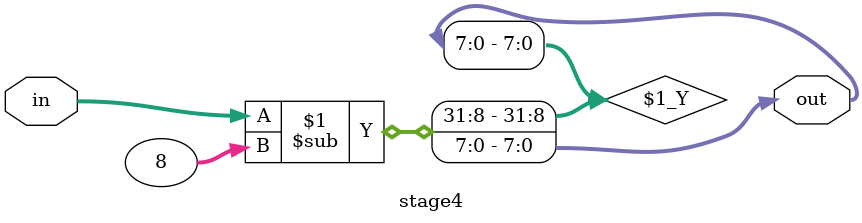
<source format=sv>
`timescale 1ns / 10 ps

module pipeline
    ( input  logic       CLK,
      input  logic       SET,  // If set, first register should read input when posedge CLK
      input  logic [7:0] IN,   // Input for first register (if SET=1)
      output logic [7:0] OUT); // Output after last register

  // Registers (each containing the currently saved and output value)
  logic [7:0] register1, register2, register3, register4, register5; 
  
  // Outputs of the combinatorial blocks between registers, act as inputs to next register
  // index i for output of the block that comes after register i.
  logic [7:0] out1, out2 , out3 , out4;

/* ====================================== INSERT CODE HERE ====================================== */

always_ff @( posedge CLK ) begin
  if (set) begin
    register1 = in;
  end
end
  
always_ff @( posedge CLK ) begin
  register2 <= out1;
  register3 <= out2;
  register4 <= out3;
  register5 <= out4;
end

stage1 s1 (register1, out1);
stage1 s2 (register2, out2);
stage1 s3 (register3, out3);
stage1 s4 (register4, out4);

assign OUT = register5;
/* ============================================================================================== */

endmodule

// Modules for single pipeline steps / combinatorial blocks:

/* ====================================== INSERT CODE HERE ====================================== */

module stage1 (
  input logic [7:0] in,
  output logic [7:0] out
);

assign out = in * in;
  
endmodule

module stage2 (
  input logic [7:0] in,
  output logic [7:0] out
);

assign out = in + 5;
  
endmodule

module stage3 (
  input logic [7:0] in,
  output logic [7:0] out
);

assign out = in * 2;
  
endmodule

module stage4 (
  input logic [7:0] in,
  output logic [7:0] out
);

assign out = in - 8;
  
endmodule

/* ============================================================================================== */

</source>
